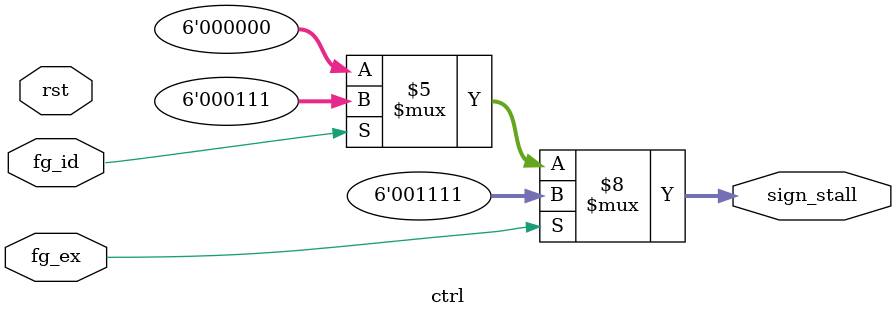
<source format=v>
module ctrl(rst, fg_id, fg_ex, sign_stall);
input wire rst, fg_id, fg_ex;
output reg[5:0] sign_stall;

	always @(*)
	begin
		if(fg_ex == 1'b1) begin sign_stall <= 6'b001111; end
		else if(fg_id == 1'b1) begin sign_stall <= 6'b000111; end
		else begin sign_stall <= 6'b000000; end
	end
			

endmodule
</source>
